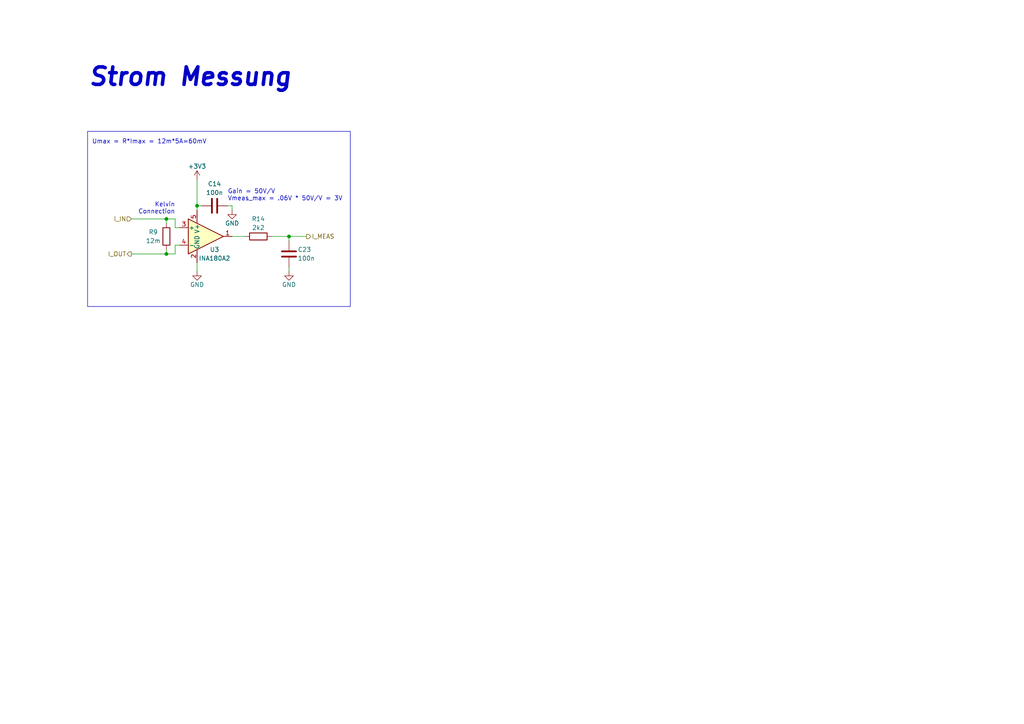
<source format=kicad_sch>
(kicad_sch (version 20230121) (generator eeschema)
  (paper "A4")
  (title_block (title "USBC-PowerSwitcher") (date "2023-08-26") (rev "R0") (company "s-grundner"))
  (lib_symbols
    (symbol "Amplifier_Current:INA180A2" (pin_names (offset 0.127))
      (property "Reference" "U" (at 3.81 3.81 0))
      (property "Value" "INA180A2" (at 3.81 -2.54 0))
      (symbol "INA180A2_0_1"
        (polyline (pts (xy 5.08 0) (xy -5.08 5.08) (xy -5.08 -5.08) (xy 5.08 0)) (stroke (width 0.254)) (fill (type background)))
      )
      (symbol "INA180A2_1_1"
        (pin output line (at 7.62 0 180) (length 2.54) (name "~") (number "1"))
        (pin power_in line (at -2.54 -7.62 90) (length 3.81) (name "GND") (number "2"))
        (pin input line (at -7.62 2.54 0) (length 2.54) (name "+") (number "3"))
        (pin input line (at -7.62 -2.54 0) (length 2.54) (name "-") (number "4"))
        (pin power_in line (at -2.54 7.62 270) (length 3.81) (name "V+") (number "5"))
      )
    )
    (symbol "Device:C" (pin_numbers hide) (pin_names (offset 0.254))
      (property "Reference" "C" (at 0.635 2.54 0))
      (property "Value" "C" (at 0.635 -2.54 0))
      (symbol "C_0_1"
        (polyline (pts (xy -2.032 -0.762) (xy 2.032 -0.762)) (stroke (width 0.508)))
        (polyline (pts (xy -2.032 0.762) (xy 2.032 0.762)) (stroke (width 0.508)))
      )
      (symbol "C_1_1"
        (pin passive line (at 0 3.81 270) (length 2.794) (name "~") (number "1"))
        (pin passive line (at 0 -3.81 90) (length 2.794) (name "~") (number "2"))
      )
    )
    (symbol "Device:R" (pin_numbers hide) (pin_names (offset 0))
      (property "Reference" "R" (at 2.032 0 90))
      (property "Value" "R" (at 0 0 90))
      (symbol "R_0_1"
        (rectangle (start -1.016 -2.54) (end 1.016 2.54) (stroke (width 0.254)))
      )
      (symbol "R_1_1"
        (pin passive line (at 0 3.81 270) (length 1.27) (name "~") (number "1"))
        (pin passive line (at 0 -3.81 90) (length 1.27) (name "~") (number "2"))
      )
    )
    (symbol "power:+3V3" (power) (pin_names (offset 0))
      (property "Value" "+3V3" (at 0 3.556 0))
      (symbol "+3V3_0_1"
        (polyline (pts (xy -0.762 1.27) (xy 0 2.54)))
        (polyline (pts (xy 0 0) (xy 0 2.54)))
        (polyline (pts (xy 0 2.54) (xy 0.762 1.27)))
      )
      (symbol "+3V3_1_1"
        (pin power_in line (at 0 0 90) (length 0) hide (name "+3V3") (number "1"))
      )
    )
    (symbol "power:GND" (power) (pin_names (offset 0))
      (property "Value" "GND" (at 0 -3.81 0))
      (symbol "GND_0_1"
        (polyline (pts (xy 0 0) (xy 0 -1.27) (xy 1.27 -1.27) (xy 0 -2.54) (xy -1.27 -1.27) (xy 0 -1.27)))
      )
      (symbol "GND_1_1"
        (pin power_in line (at 0 0 270) (length 0) hide (name "GND") (number "1"))
      )
    )
  )
  (junction (at 83.82 68.58))
  (junction (at 48.26 73.66))
  (junction (at 57.15 59.69))
  (junction (at 48.26 63.5))
  (wire (pts (xy 67.31 59.69) (xy 67.31 60.96)))
  (wire (pts (xy 38.1 73.66) (xy 48.26 73.66)))
  (wire (pts (xy 83.82 78.74) (xy 83.82 77.47)))
  (wire (pts (xy 50.8 71.12) (xy 52.07 71.12)))
  (wire (pts (xy 57.15 59.69) (xy 58.42 59.69)))
  (wire (pts (xy 57.15 52.07) (xy 57.15 59.69)))
  (wire (pts (xy 48.26 63.5) (xy 48.26 64.77)))
  (wire (pts (xy 50.8 71.12) (xy 50.8 73.66)))
  (wire (pts (xy 57.15 78.74) (xy 57.15 76.2)))
  (wire (pts (xy 57.15 59.69) (xy 57.15 60.96)))
  (wire (pts (xy 48.26 72.39) (xy 48.26 73.66)))
  (wire (pts (xy 83.82 68.58) (xy 88.9 68.58)))
  (wire (pts (xy 71.12 68.58) (xy 67.31 68.58)))
  (wire (pts (xy 83.82 68.58) (xy 83.82 69.85)))
  (wire (pts (xy 38.1 63.5) (xy 48.26 63.5)))
  (wire (pts (xy 50.8 63.5) (xy 48.26 63.5)))
  (wire (pts (xy 50.8 73.66) (xy 48.26 73.66)))
  (wire (pts (xy 50.8 66.04) (xy 50.8 63.5)))
  (wire (pts (xy 50.8 66.04) (xy 52.07 66.04)))
  (wire (pts (xy 66.04 59.69) (xy 67.31 59.69)))
  (wire (pts (xy 78.74 68.58) (xy 83.82 68.58)))
  (rectangle (start 25.4 38.1) (end 101.6 88.9))
  (text "Gain = 50V/V\nVmeas_max = .06V * 50V/V = 3V" (at 66.04 58.42 0) (effects (font (size 1.27 1.27)) (justify left bottom)))
  (text "Strom Messung" (at 25.4 25.4 0) (effects (font (size 5.08 5.08) (thickness 1.016) bold italic) (justify left bottom)))
  (text "Kelvin\nConnection" (at 50.8 62.23 0) (effects (font (size 1.27 1.27)) (justify right bottom)))
  (text "Umax = R*Imax = 12m*5A=60mV" (at 26.67 41.91 0) (effects (font (size 1.27 1.27)) (justify left bottom)))
  (hierarchical_label "I_OUT" (shape output) (at 38.1 73.66 180))
  (hierarchical_label "I_MEAS" (shape output) (at 88.9 68.58 0))
  (hierarchical_label "I_IN" (shape input) (at 38.1 63.5 180))
  (symbol (lib_id "Device:R") (at 74.93 68.58 270) (mirror x) (unit 1)
    (property "Reference" "R14" (at 74.93 63.5 90))
    (property "Value" "2k2" (at 74.93 66.04 90))
    (property "Footprint" "Resistor_SMD:R_0402_1005Metric" (effects hide))
    (property "LCSC #" "C25879" (effects hide))
  )
  (symbol (lib_id "Amplifier_Current:INA180A2") (at 59.69 68.58 0) (unit 1)
    (property "Reference" "U3" (at 62.23 72.39 0))
    (property "Value" "INA180A2" (at 62.23 74.93 0))
    (property "Footprint" "Package_TO_SOT_SMD:SOT-23-5" (effects hide))
    (property "Datasheet" "http://www.ti.com/lit/ds/symlink/ina180.pdf" (effects hide))
    (property "LCSC #" "C2059691" (effects hide))
  )
  (symbol (lib_id "power:+3V3") (at 57.15 52.07 0) (unit 1)
    (property "Reference" "#PWR019" (effects hide))
    (property "Value" "+3V3" (at 57.15 48.26 0))
  )
  (symbol (lib_id "Device:R") (at 48.26 68.58 0) (mirror y) (unit 1)
    (property "Reference" "R9" (at 44.45 67.31 0))
    (property "Value" "12m" (at 44.45 69.85 0))
    (property "Footprint" "Resistor_SMD:R_2512_6332Metric" (effects hide))
    (property "LCSC #" "C5121107" (effects hide))
  )
  (symbol (lib_id "power:GND") (at 57.15 78.74 0) (unit 1)
    (property "Reference" "#PWR025" (effects hide))
    (property "Value" "GND" (at 57.15 82.55 0))
    (instances (project "USBC-PowerSwitcher" (path "" (reference "#PWR025") (unit 1)) (path "" (reference "#PWR026") (unit 1))))
  )
  (symbol (lib_id "Device:C") (at 83.82 73.66 0) (mirror x) (unit 1)
    (property "Reference" "C23" (at 86.36 72.39 0) (effects (justify left)))
    (property "Value" "100n" (at 86.36 74.93 0) (effects (justify left)))
    (property "Footprint" "Capacitor_SMD:C_0402_1005Metric" (effects hide))
    (property "LCSC #" "C307331" (effects hide))
  )
  (symbol (lib_id "power:GND") (at 83.82 78.74 0) (unit 1)
    (property "Reference" "#PWR039" (effects hide))
    (property "Value" "GND" (at 83.82 82.55 0))
  )
  (symbol (lib_id "power:GND") (at 67.31 60.96 0) (unit 1)
    (property "Reference" "#PWR026" (effects hide))
    (property "Value" "GND" (at 67.31 64.77 0))
    (instances (project "USBC-PowerSwitcher" (path "" (reference "#PWR026") (unit 1)) (path "" (reference "#PWR025") (unit 1))))
  )
  (symbol (lib_id "Device:C") (at 62.23 59.69 90) (unit 1)
    (property "Reference" "C14" (at 62.23 53.34 90))
    (property "Value" "100n" (at 62.23 55.88 90))
    (property "Footprint" "Capacitor_SMD:C_0402_1005Metric" (effects hide))
    (property "LCSC #" "C307331" (effects hide))
  )
)
</source>
